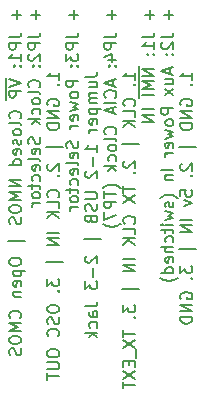
<source format=gbo>
G04 #@! TF.GenerationSoftware,KiCad,Pcbnew,(6.0.8-1)-1*
G04 #@! TF.CreationDate,2022-10-22T00:17:54-05:00*
G04 #@! TF.ProjectId,YAsixtyfive02,59417369-7874-4796-9669-766530322e6b,rev?*
G04 #@! TF.SameCoordinates,Original*
G04 #@! TF.FileFunction,Legend,Bot*
G04 #@! TF.FilePolarity,Positive*
%FSLAX46Y46*%
G04 Gerber Fmt 4.6, Leading zero omitted, Abs format (unit mm)*
G04 Created by KiCad (PCBNEW (6.0.8-1)-1) date 2022-10-22 00:17:54*
%MOMM*%
%LPD*%
G01*
G04 APERTURE LIST*
%ADD10C,0.200000*%
G04 APERTURE END LIST*
D10*
X66988028Y-92097295D02*
X66988028Y-92859200D01*
X67368980Y-92478247D02*
X66607076Y-92478247D01*
X66368980Y-94383009D02*
X67083266Y-94383009D01*
X67226123Y-94335390D01*
X67321361Y-94240152D01*
X67368980Y-94097295D01*
X67368980Y-94002057D01*
X67368980Y-94859200D02*
X66368980Y-94859200D01*
X66368980Y-95240152D01*
X66416600Y-95335390D01*
X66464219Y-95383009D01*
X66559457Y-95430628D01*
X66702314Y-95430628D01*
X66797552Y-95383009D01*
X66845171Y-95335390D01*
X66892790Y-95240152D01*
X66892790Y-94859200D01*
X67368980Y-96383009D02*
X67368980Y-95811580D01*
X67368980Y-96097295D02*
X66368980Y-96097295D01*
X66511838Y-96002057D01*
X66607076Y-95906819D01*
X66654695Y-95811580D01*
X67273742Y-96811580D02*
X67321361Y-96859200D01*
X67368980Y-96811580D01*
X67321361Y-96763961D01*
X67273742Y-96811580D01*
X67368980Y-96811580D01*
X66749933Y-96811580D02*
X66797552Y-96859200D01*
X66845171Y-96811580D01*
X66797552Y-96763961D01*
X66749933Y-96811580D01*
X66845171Y-96811580D01*
X66086600Y-97811580D02*
X66086600Y-98668723D01*
X66368980Y-97906819D02*
X67368980Y-98240152D01*
X66368980Y-98573485D01*
X66086600Y-98668723D02*
X66086600Y-99668723D01*
X67368980Y-98906819D02*
X66368980Y-98906819D01*
X66368980Y-99287771D01*
X66416600Y-99383009D01*
X66464219Y-99430628D01*
X66559457Y-99478247D01*
X66702314Y-99478247D01*
X66797552Y-99430628D01*
X66845171Y-99383009D01*
X66892790Y-99287771D01*
X66892790Y-98906819D01*
X67273742Y-101240152D02*
X67321361Y-101192533D01*
X67368980Y-101049676D01*
X67368980Y-100954438D01*
X67321361Y-100811580D01*
X67226123Y-100716342D01*
X67130885Y-100668723D01*
X66940409Y-100621104D01*
X66797552Y-100621104D01*
X66607076Y-100668723D01*
X66511838Y-100716342D01*
X66416600Y-100811580D01*
X66368980Y-100954438D01*
X66368980Y-101049676D01*
X66416600Y-101192533D01*
X66464219Y-101240152D01*
X67368980Y-101811580D02*
X67321361Y-101716342D01*
X67226123Y-101668723D01*
X66368980Y-101668723D01*
X67368980Y-102335390D02*
X67321361Y-102240152D01*
X67273742Y-102192533D01*
X67178504Y-102144914D01*
X66892790Y-102144914D01*
X66797552Y-102192533D01*
X66749933Y-102240152D01*
X66702314Y-102335390D01*
X66702314Y-102478247D01*
X66749933Y-102573485D01*
X66797552Y-102621104D01*
X66892790Y-102668723D01*
X67178504Y-102668723D01*
X67273742Y-102621104D01*
X67321361Y-102573485D01*
X67368980Y-102478247D01*
X67368980Y-102335390D01*
X67321361Y-103049676D02*
X67368980Y-103144914D01*
X67368980Y-103335390D01*
X67321361Y-103430628D01*
X67226123Y-103478247D01*
X67178504Y-103478247D01*
X67083266Y-103430628D01*
X67035647Y-103335390D01*
X67035647Y-103192533D01*
X66988028Y-103097295D01*
X66892790Y-103049676D01*
X66845171Y-103049676D01*
X66749933Y-103097295D01*
X66702314Y-103192533D01*
X66702314Y-103335390D01*
X66749933Y-103430628D01*
X67321361Y-104287771D02*
X67368980Y-104192533D01*
X67368980Y-104002057D01*
X67321361Y-103906819D01*
X67226123Y-103859200D01*
X66845171Y-103859200D01*
X66749933Y-103906819D01*
X66702314Y-104002057D01*
X66702314Y-104192533D01*
X66749933Y-104287771D01*
X66845171Y-104335390D01*
X66940409Y-104335390D01*
X67035647Y-103859200D01*
X67368980Y-105192533D02*
X66368980Y-105192533D01*
X67321361Y-105192533D02*
X67368980Y-105097295D01*
X67368980Y-104906819D01*
X67321361Y-104811580D01*
X67273742Y-104763961D01*
X67178504Y-104716342D01*
X66892790Y-104716342D01*
X66797552Y-104763961D01*
X66749933Y-104811580D01*
X66702314Y-104906819D01*
X66702314Y-105097295D01*
X66749933Y-105192533D01*
X67368980Y-106430628D02*
X66368980Y-106430628D01*
X67368980Y-107002057D01*
X66368980Y-107002057D01*
X67368980Y-107478247D02*
X66368980Y-107478247D01*
X67083266Y-107811580D01*
X66368980Y-108144914D01*
X67368980Y-108144914D01*
X66368980Y-108811580D02*
X66368980Y-109002057D01*
X66416600Y-109097295D01*
X66511838Y-109192533D01*
X66702314Y-109240152D01*
X67035647Y-109240152D01*
X67226123Y-109192533D01*
X67321361Y-109097295D01*
X67368980Y-109002057D01*
X67368980Y-108811580D01*
X67321361Y-108716342D01*
X67226123Y-108621104D01*
X67035647Y-108573485D01*
X66702314Y-108573485D01*
X66511838Y-108621104D01*
X66416600Y-108716342D01*
X66368980Y-108811580D01*
X67321361Y-109621104D02*
X67368980Y-109763961D01*
X67368980Y-110002057D01*
X67321361Y-110097295D01*
X67273742Y-110144914D01*
X67178504Y-110192533D01*
X67083266Y-110192533D01*
X66988028Y-110144914D01*
X66940409Y-110097295D01*
X66892790Y-110002057D01*
X66845171Y-109811580D01*
X66797552Y-109716342D01*
X66749933Y-109668723D01*
X66654695Y-109621104D01*
X66559457Y-109621104D01*
X66464219Y-109668723D01*
X66416600Y-109716342D01*
X66368980Y-109811580D01*
X66368980Y-110049676D01*
X66416600Y-110192533D01*
X67702314Y-111621104D02*
X66273742Y-111621104D01*
X66368980Y-113287771D02*
X66368980Y-113478247D01*
X66416600Y-113573485D01*
X66511838Y-113668723D01*
X66702314Y-113716342D01*
X67035647Y-113716342D01*
X67226123Y-113668723D01*
X67321361Y-113573485D01*
X67368980Y-113478247D01*
X67368980Y-113287771D01*
X67321361Y-113192533D01*
X67226123Y-113097295D01*
X67035647Y-113049676D01*
X66702314Y-113049676D01*
X66511838Y-113097295D01*
X66416600Y-113192533D01*
X66368980Y-113287771D01*
X66702314Y-114144914D02*
X67702314Y-114144914D01*
X66749933Y-114144914D02*
X66702314Y-114240152D01*
X66702314Y-114430628D01*
X66749933Y-114525866D01*
X66797552Y-114573485D01*
X66892790Y-114621104D01*
X67178504Y-114621104D01*
X67273742Y-114573485D01*
X67321361Y-114525866D01*
X67368980Y-114430628D01*
X67368980Y-114240152D01*
X67321361Y-114144914D01*
X67321361Y-115430628D02*
X67368980Y-115335390D01*
X67368980Y-115144914D01*
X67321361Y-115049676D01*
X67226123Y-115002057D01*
X66845171Y-115002057D01*
X66749933Y-115049676D01*
X66702314Y-115144914D01*
X66702314Y-115335390D01*
X66749933Y-115430628D01*
X66845171Y-115478247D01*
X66940409Y-115478247D01*
X67035647Y-115002057D01*
X66702314Y-115906819D02*
X67368980Y-115906819D01*
X66797552Y-115906819D02*
X66749933Y-115954438D01*
X66702314Y-116049676D01*
X66702314Y-116192533D01*
X66749933Y-116287771D01*
X66845171Y-116335390D01*
X67368980Y-116335390D01*
X67273742Y-118144914D02*
X67321361Y-118097295D01*
X67368980Y-117954438D01*
X67368980Y-117859200D01*
X67321361Y-117716342D01*
X67226123Y-117621104D01*
X67130885Y-117573485D01*
X66940409Y-117525866D01*
X66797552Y-117525866D01*
X66607076Y-117573485D01*
X66511838Y-117621104D01*
X66416600Y-117716342D01*
X66368980Y-117859200D01*
X66368980Y-117954438D01*
X66416600Y-118097295D01*
X66464219Y-118144914D01*
X67368980Y-118573485D02*
X66368980Y-118573485D01*
X67083266Y-118906819D01*
X66368980Y-119240152D01*
X67368980Y-119240152D01*
X66368980Y-119906819D02*
X66368980Y-120097295D01*
X66416600Y-120192533D01*
X66511838Y-120287771D01*
X66702314Y-120335390D01*
X67035647Y-120335390D01*
X67226123Y-120287771D01*
X67321361Y-120192533D01*
X67368980Y-120097295D01*
X67368980Y-119906819D01*
X67321361Y-119811580D01*
X67226123Y-119716342D01*
X67035647Y-119668723D01*
X66702314Y-119668723D01*
X66511838Y-119716342D01*
X66416600Y-119811580D01*
X66368980Y-119906819D01*
X67321361Y-120716342D02*
X67368980Y-120859200D01*
X67368980Y-121097295D01*
X67321361Y-121192533D01*
X67273742Y-121240152D01*
X67178504Y-121287771D01*
X67083266Y-121287771D01*
X66988028Y-121240152D01*
X66940409Y-121192533D01*
X66892790Y-121097295D01*
X66845171Y-120906819D01*
X66797552Y-120811580D01*
X66749933Y-120763961D01*
X66654695Y-120716342D01*
X66559457Y-120716342D01*
X66464219Y-120763961D01*
X66416600Y-120811580D01*
X66368980Y-120906819D01*
X66368980Y-121144914D01*
X66416600Y-121287771D01*
X68598028Y-92097295D02*
X68598028Y-92859200D01*
X68978980Y-92478247D02*
X68217076Y-92478247D01*
X67978980Y-94383009D02*
X68693266Y-94383009D01*
X68836123Y-94335390D01*
X68931361Y-94240152D01*
X68978980Y-94097295D01*
X68978980Y-94002057D01*
X68978980Y-94859200D02*
X67978980Y-94859200D01*
X67978980Y-95240152D01*
X68026600Y-95335390D01*
X68074219Y-95383009D01*
X68169457Y-95430628D01*
X68312314Y-95430628D01*
X68407552Y-95383009D01*
X68455171Y-95335390D01*
X68502790Y-95240152D01*
X68502790Y-94859200D01*
X68074219Y-95811580D02*
X68026600Y-95859200D01*
X67978980Y-95954438D01*
X67978980Y-96192533D01*
X68026600Y-96287771D01*
X68074219Y-96335390D01*
X68169457Y-96383009D01*
X68264695Y-96383009D01*
X68407552Y-96335390D01*
X68978980Y-95763961D01*
X68978980Y-96383009D01*
X68883742Y-96811580D02*
X68931361Y-96859200D01*
X68978980Y-96811580D01*
X68931361Y-96763961D01*
X68883742Y-96811580D01*
X68978980Y-96811580D01*
X68359933Y-96811580D02*
X68407552Y-96859200D01*
X68455171Y-96811580D01*
X68407552Y-96763961D01*
X68359933Y-96811580D01*
X68455171Y-96811580D01*
X68883742Y-98621104D02*
X68931361Y-98573485D01*
X68978980Y-98430628D01*
X68978980Y-98335390D01*
X68931361Y-98192533D01*
X68836123Y-98097295D01*
X68740885Y-98049676D01*
X68550409Y-98002057D01*
X68407552Y-98002057D01*
X68217076Y-98049676D01*
X68121838Y-98097295D01*
X68026600Y-98192533D01*
X67978980Y-98335390D01*
X67978980Y-98430628D01*
X68026600Y-98573485D01*
X68074219Y-98621104D01*
X68978980Y-99192533D02*
X68931361Y-99097295D01*
X68836123Y-99049676D01*
X67978980Y-99049676D01*
X68978980Y-99716342D02*
X68931361Y-99621104D01*
X68883742Y-99573485D01*
X68788504Y-99525866D01*
X68502790Y-99525866D01*
X68407552Y-99573485D01*
X68359933Y-99621104D01*
X68312314Y-99716342D01*
X68312314Y-99859200D01*
X68359933Y-99954438D01*
X68407552Y-100002057D01*
X68502790Y-100049676D01*
X68788504Y-100049676D01*
X68883742Y-100002057D01*
X68931361Y-99954438D01*
X68978980Y-99859200D01*
X68978980Y-99716342D01*
X68931361Y-100906819D02*
X68978980Y-100811580D01*
X68978980Y-100621104D01*
X68931361Y-100525866D01*
X68883742Y-100478247D01*
X68788504Y-100430628D01*
X68502790Y-100430628D01*
X68407552Y-100478247D01*
X68359933Y-100525866D01*
X68312314Y-100621104D01*
X68312314Y-100811580D01*
X68359933Y-100906819D01*
X68978980Y-101335390D02*
X67978980Y-101335390D01*
X68598028Y-101430628D02*
X68978980Y-101716342D01*
X68312314Y-101716342D02*
X68693266Y-101335390D01*
X68931361Y-102859200D02*
X68978980Y-103002057D01*
X68978980Y-103240152D01*
X68931361Y-103335390D01*
X68883742Y-103383009D01*
X68788504Y-103430628D01*
X68693266Y-103430628D01*
X68598028Y-103383009D01*
X68550409Y-103335390D01*
X68502790Y-103240152D01*
X68455171Y-103049676D01*
X68407552Y-102954438D01*
X68359933Y-102906819D01*
X68264695Y-102859200D01*
X68169457Y-102859200D01*
X68074219Y-102906819D01*
X68026600Y-102954438D01*
X67978980Y-103049676D01*
X67978980Y-103287771D01*
X68026600Y-103430628D01*
X68931361Y-104240152D02*
X68978980Y-104144914D01*
X68978980Y-103954438D01*
X68931361Y-103859200D01*
X68836123Y-103811580D01*
X68455171Y-103811580D01*
X68359933Y-103859200D01*
X68312314Y-103954438D01*
X68312314Y-104144914D01*
X68359933Y-104240152D01*
X68455171Y-104287771D01*
X68550409Y-104287771D01*
X68645647Y-103811580D01*
X68978980Y-104859200D02*
X68931361Y-104763961D01*
X68836123Y-104716342D01*
X67978980Y-104716342D01*
X68931361Y-105621104D02*
X68978980Y-105525866D01*
X68978980Y-105335390D01*
X68931361Y-105240152D01*
X68836123Y-105192533D01*
X68455171Y-105192533D01*
X68359933Y-105240152D01*
X68312314Y-105335390D01*
X68312314Y-105525866D01*
X68359933Y-105621104D01*
X68455171Y-105668723D01*
X68550409Y-105668723D01*
X68645647Y-105192533D01*
X68931361Y-106525866D02*
X68978980Y-106430628D01*
X68978980Y-106240152D01*
X68931361Y-106144914D01*
X68883742Y-106097295D01*
X68788504Y-106049676D01*
X68502790Y-106049676D01*
X68407552Y-106097295D01*
X68359933Y-106144914D01*
X68312314Y-106240152D01*
X68312314Y-106430628D01*
X68359933Y-106525866D01*
X68312314Y-106811580D02*
X68312314Y-107192533D01*
X67978980Y-106954438D02*
X68836123Y-106954438D01*
X68931361Y-107002057D01*
X68978980Y-107097295D01*
X68978980Y-107192533D01*
X68978980Y-107668723D02*
X68931361Y-107573485D01*
X68883742Y-107525866D01*
X68788504Y-107478247D01*
X68502790Y-107478247D01*
X68407552Y-107525866D01*
X68359933Y-107573485D01*
X68312314Y-107668723D01*
X68312314Y-107811580D01*
X68359933Y-107906819D01*
X68407552Y-107954438D01*
X68502790Y-108002057D01*
X68788504Y-108002057D01*
X68883742Y-107954438D01*
X68931361Y-107906819D01*
X68978980Y-107811580D01*
X68978980Y-107668723D01*
X68978980Y-108430628D02*
X68312314Y-108430628D01*
X68502790Y-108430628D02*
X68407552Y-108478247D01*
X68359933Y-108525866D01*
X68312314Y-108621104D01*
X68312314Y-108716342D01*
X70588980Y-97954438D02*
X70588980Y-97383009D01*
X70588980Y-97668723D02*
X69588980Y-97668723D01*
X69731838Y-97573485D01*
X69827076Y-97478247D01*
X69874695Y-97383009D01*
X70493742Y-98383009D02*
X70541361Y-98430628D01*
X70588980Y-98383009D01*
X70541361Y-98335390D01*
X70493742Y-98383009D01*
X70588980Y-98383009D01*
X69636600Y-100144914D02*
X69588980Y-100049676D01*
X69588980Y-99906819D01*
X69636600Y-99763961D01*
X69731838Y-99668723D01*
X69827076Y-99621104D01*
X70017552Y-99573485D01*
X70160409Y-99573485D01*
X70350885Y-99621104D01*
X70446123Y-99668723D01*
X70541361Y-99763961D01*
X70588980Y-99906819D01*
X70588980Y-100002057D01*
X70541361Y-100144914D01*
X70493742Y-100192533D01*
X70160409Y-100192533D01*
X70160409Y-100002057D01*
X70588980Y-100621104D02*
X69588980Y-100621104D01*
X70588980Y-101192533D01*
X69588980Y-101192533D01*
X70588980Y-101668723D02*
X69588980Y-101668723D01*
X69588980Y-101906819D01*
X69636600Y-102049676D01*
X69731838Y-102144914D01*
X69827076Y-102192533D01*
X70017552Y-102240152D01*
X70160409Y-102240152D01*
X70350885Y-102192533D01*
X70446123Y-102144914D01*
X70541361Y-102049676D01*
X70588980Y-101906819D01*
X70588980Y-101668723D01*
X70922314Y-103668723D02*
X69493742Y-103668723D01*
X69684219Y-105097295D02*
X69636600Y-105144914D01*
X69588980Y-105240152D01*
X69588980Y-105478247D01*
X69636600Y-105573485D01*
X69684219Y-105621104D01*
X69779457Y-105668723D01*
X69874695Y-105668723D01*
X70017552Y-105621104D01*
X70588980Y-105049676D01*
X70588980Y-105668723D01*
X70493742Y-106097295D02*
X70541361Y-106144914D01*
X70588980Y-106097295D01*
X70541361Y-106049676D01*
X70493742Y-106097295D01*
X70588980Y-106097295D01*
X70493742Y-107906819D02*
X70541361Y-107859200D01*
X70588980Y-107716342D01*
X70588980Y-107621104D01*
X70541361Y-107478247D01*
X70446123Y-107383009D01*
X70350885Y-107335390D01*
X70160409Y-107287771D01*
X70017552Y-107287771D01*
X69827076Y-107335390D01*
X69731838Y-107383009D01*
X69636600Y-107478247D01*
X69588980Y-107621104D01*
X69588980Y-107716342D01*
X69636600Y-107859200D01*
X69684219Y-107906819D01*
X70588980Y-108811580D02*
X70588980Y-108335390D01*
X69588980Y-108335390D01*
X70588980Y-109144914D02*
X69588980Y-109144914D01*
X70588980Y-109716342D02*
X70017552Y-109287771D01*
X69588980Y-109716342D02*
X70160409Y-109144914D01*
X70588980Y-110906819D02*
X69588980Y-110906819D01*
X70588980Y-111383009D02*
X69588980Y-111383009D01*
X70588980Y-111954438D01*
X69588980Y-111954438D01*
X70922314Y-113430628D02*
X69493742Y-113430628D01*
X69588980Y-114811580D02*
X69588980Y-115430628D01*
X69969933Y-115097295D01*
X69969933Y-115240152D01*
X70017552Y-115335390D01*
X70065171Y-115383009D01*
X70160409Y-115430628D01*
X70398504Y-115430628D01*
X70493742Y-115383009D01*
X70541361Y-115335390D01*
X70588980Y-115240152D01*
X70588980Y-114954438D01*
X70541361Y-114859199D01*
X70493742Y-114811580D01*
X70493742Y-115859199D02*
X70541361Y-115906819D01*
X70588980Y-115859199D01*
X70541361Y-115811580D01*
X70493742Y-115859199D01*
X70588980Y-115859199D01*
X69588980Y-117287771D02*
X69588980Y-117478247D01*
X69636600Y-117573485D01*
X69731838Y-117668723D01*
X69922314Y-117716342D01*
X70255647Y-117716342D01*
X70446123Y-117668723D01*
X70541361Y-117573485D01*
X70588980Y-117478247D01*
X70588980Y-117287771D01*
X70541361Y-117192533D01*
X70446123Y-117097295D01*
X70255647Y-117049676D01*
X69922314Y-117049676D01*
X69731838Y-117097295D01*
X69636600Y-117192533D01*
X69588980Y-117287771D01*
X70541361Y-118097295D02*
X70588980Y-118240152D01*
X70588980Y-118478247D01*
X70541361Y-118573485D01*
X70493742Y-118621104D01*
X70398504Y-118668723D01*
X70303266Y-118668723D01*
X70208028Y-118621104D01*
X70160409Y-118573485D01*
X70112790Y-118478247D01*
X70065171Y-118287771D01*
X70017552Y-118192533D01*
X69969933Y-118144914D01*
X69874695Y-118097295D01*
X69779457Y-118097295D01*
X69684219Y-118144914D01*
X69636600Y-118192533D01*
X69588980Y-118287771D01*
X69588980Y-118525866D01*
X69636600Y-118668723D01*
X70493742Y-119668723D02*
X70541361Y-119621104D01*
X70588980Y-119478247D01*
X70588980Y-119383009D01*
X70541361Y-119240152D01*
X70446123Y-119144914D01*
X70350885Y-119097295D01*
X70160409Y-119049676D01*
X70017552Y-119049676D01*
X69827076Y-119097295D01*
X69731838Y-119144914D01*
X69636600Y-119240152D01*
X69588980Y-119383009D01*
X69588980Y-119478247D01*
X69636600Y-119621104D01*
X69684219Y-119668723D01*
X69588980Y-121049676D02*
X69588980Y-121240152D01*
X69636600Y-121335390D01*
X69731838Y-121430628D01*
X69922314Y-121478247D01*
X70255647Y-121478247D01*
X70446123Y-121430628D01*
X70541361Y-121335390D01*
X70588980Y-121240152D01*
X70588980Y-121049676D01*
X70541361Y-120954438D01*
X70446123Y-120859199D01*
X70255647Y-120811580D01*
X69922314Y-120811580D01*
X69731838Y-120859199D01*
X69636600Y-120954438D01*
X69588980Y-121049676D01*
X69588980Y-121906819D02*
X70398504Y-121906819D01*
X70493742Y-121954438D01*
X70541361Y-122002057D01*
X70588980Y-122097295D01*
X70588980Y-122287771D01*
X70541361Y-122383009D01*
X70493742Y-122430628D01*
X70398504Y-122478247D01*
X69588980Y-122478247D01*
X69588980Y-122811580D02*
X69588980Y-123383009D01*
X70588980Y-123097295D02*
X69588980Y-123097295D01*
X71818028Y-92097295D02*
X71818028Y-92859200D01*
X72198980Y-92478247D02*
X71437076Y-92478247D01*
X71198980Y-94383009D02*
X71913266Y-94383009D01*
X72056123Y-94335390D01*
X72151361Y-94240152D01*
X72198980Y-94097295D01*
X72198980Y-94002057D01*
X72198980Y-94859200D02*
X71198980Y-94859200D01*
X71198980Y-95240152D01*
X71246600Y-95335390D01*
X71294219Y-95383009D01*
X71389457Y-95430628D01*
X71532314Y-95430628D01*
X71627552Y-95383009D01*
X71675171Y-95335390D01*
X71722790Y-95240152D01*
X71722790Y-94859200D01*
X71198980Y-95763961D02*
X71198980Y-96383009D01*
X71579933Y-96049676D01*
X71579933Y-96192533D01*
X71627552Y-96287771D01*
X71675171Y-96335390D01*
X71770409Y-96383009D01*
X72008504Y-96383009D01*
X72103742Y-96335390D01*
X72151361Y-96287771D01*
X72198980Y-96192533D01*
X72198980Y-95906819D01*
X72151361Y-95811580D01*
X72103742Y-95763961D01*
X72103742Y-96811580D02*
X72151361Y-96859200D01*
X72198980Y-96811580D01*
X72151361Y-96763961D01*
X72103742Y-96811580D01*
X72198980Y-96811580D01*
X71579933Y-96811580D02*
X71627552Y-96859200D01*
X71675171Y-96811580D01*
X71627552Y-96763961D01*
X71579933Y-96811580D01*
X71675171Y-96811580D01*
X72198980Y-98049676D02*
X71198980Y-98049676D01*
X71198980Y-98430628D01*
X71246600Y-98525866D01*
X71294219Y-98573485D01*
X71389457Y-98621104D01*
X71532314Y-98621104D01*
X71627552Y-98573485D01*
X71675171Y-98525866D01*
X71722790Y-98430628D01*
X71722790Y-98049676D01*
X72198980Y-99192533D02*
X72151361Y-99097295D01*
X72103742Y-99049676D01*
X72008504Y-99002057D01*
X71722790Y-99002057D01*
X71627552Y-99049676D01*
X71579933Y-99097295D01*
X71532314Y-99192533D01*
X71532314Y-99335390D01*
X71579933Y-99430628D01*
X71627552Y-99478247D01*
X71722790Y-99525866D01*
X72008504Y-99525866D01*
X72103742Y-99478247D01*
X72151361Y-99430628D01*
X72198980Y-99335390D01*
X72198980Y-99192533D01*
X71532314Y-99859200D02*
X72198980Y-100049676D01*
X71722790Y-100240152D01*
X72198980Y-100430628D01*
X71532314Y-100621104D01*
X72151361Y-101383009D02*
X72198980Y-101287771D01*
X72198980Y-101097295D01*
X72151361Y-101002057D01*
X72056123Y-100954438D01*
X71675171Y-100954438D01*
X71579933Y-101002057D01*
X71532314Y-101097295D01*
X71532314Y-101287771D01*
X71579933Y-101383009D01*
X71675171Y-101430628D01*
X71770409Y-101430628D01*
X71865647Y-100954438D01*
X72198980Y-101859200D02*
X71532314Y-101859200D01*
X71722790Y-101859200D02*
X71627552Y-101906819D01*
X71579933Y-101954438D01*
X71532314Y-102049676D01*
X71532314Y-102144914D01*
X72151361Y-103192533D02*
X72198980Y-103335390D01*
X72198980Y-103573485D01*
X72151361Y-103668723D01*
X72103742Y-103716342D01*
X72008504Y-103763961D01*
X71913266Y-103763961D01*
X71818028Y-103716342D01*
X71770409Y-103668723D01*
X71722790Y-103573485D01*
X71675171Y-103383009D01*
X71627552Y-103287771D01*
X71579933Y-103240152D01*
X71484695Y-103192533D01*
X71389457Y-103192533D01*
X71294219Y-103240152D01*
X71246600Y-103287771D01*
X71198980Y-103383009D01*
X71198980Y-103621104D01*
X71246600Y-103763961D01*
X72151361Y-104573485D02*
X72198980Y-104478247D01*
X72198980Y-104287771D01*
X72151361Y-104192533D01*
X72056123Y-104144914D01*
X71675171Y-104144914D01*
X71579933Y-104192533D01*
X71532314Y-104287771D01*
X71532314Y-104478247D01*
X71579933Y-104573485D01*
X71675171Y-104621104D01*
X71770409Y-104621104D01*
X71865647Y-104144914D01*
X72198980Y-105192533D02*
X72151361Y-105097295D01*
X72056123Y-105049676D01*
X71198980Y-105049676D01*
X72151361Y-105954438D02*
X72198980Y-105859200D01*
X72198980Y-105668723D01*
X72151361Y-105573485D01*
X72056123Y-105525866D01*
X71675171Y-105525866D01*
X71579933Y-105573485D01*
X71532314Y-105668723D01*
X71532314Y-105859200D01*
X71579933Y-105954438D01*
X71675171Y-106002057D01*
X71770409Y-106002057D01*
X71865647Y-105525866D01*
X72151361Y-106859200D02*
X72198980Y-106763961D01*
X72198980Y-106573485D01*
X72151361Y-106478247D01*
X72103742Y-106430628D01*
X72008504Y-106383009D01*
X71722790Y-106383009D01*
X71627552Y-106430628D01*
X71579933Y-106478247D01*
X71532314Y-106573485D01*
X71532314Y-106763961D01*
X71579933Y-106859200D01*
X71532314Y-107144914D02*
X71532314Y-107525866D01*
X71198980Y-107287771D02*
X72056123Y-107287771D01*
X72151361Y-107335390D01*
X72198980Y-107430628D01*
X72198980Y-107525866D01*
X72198980Y-108002057D02*
X72151361Y-107906819D01*
X72103742Y-107859200D01*
X72008504Y-107811580D01*
X71722790Y-107811580D01*
X71627552Y-107859200D01*
X71579933Y-107906819D01*
X71532314Y-108002057D01*
X71532314Y-108144914D01*
X71579933Y-108240152D01*
X71627552Y-108287771D01*
X71722790Y-108335390D01*
X72008504Y-108335390D01*
X72103742Y-108287771D01*
X72151361Y-108240152D01*
X72198980Y-108144914D01*
X72198980Y-108002057D01*
X72198980Y-108763961D02*
X71532314Y-108763961D01*
X71722790Y-108763961D02*
X71627552Y-108811580D01*
X71579933Y-108859200D01*
X71532314Y-108954438D01*
X71532314Y-109049676D01*
X72808980Y-97716342D02*
X73523266Y-97716342D01*
X73666123Y-97668723D01*
X73761361Y-97573485D01*
X73808980Y-97430628D01*
X73808980Y-97335390D01*
X73142314Y-98621104D02*
X73808980Y-98621104D01*
X73142314Y-98192533D02*
X73666123Y-98192533D01*
X73761361Y-98240152D01*
X73808980Y-98335390D01*
X73808980Y-98478247D01*
X73761361Y-98573485D01*
X73713742Y-98621104D01*
X73808980Y-99097295D02*
X73142314Y-99097295D01*
X73237552Y-99097295D02*
X73189933Y-99144914D01*
X73142314Y-99240152D01*
X73142314Y-99383009D01*
X73189933Y-99478247D01*
X73285171Y-99525866D01*
X73808980Y-99525866D01*
X73285171Y-99525866D02*
X73189933Y-99573485D01*
X73142314Y-99668723D01*
X73142314Y-99811580D01*
X73189933Y-99906819D01*
X73285171Y-99954438D01*
X73808980Y-99954438D01*
X73142314Y-100430628D02*
X74142314Y-100430628D01*
X73189933Y-100430628D02*
X73142314Y-100525866D01*
X73142314Y-100716342D01*
X73189933Y-100811580D01*
X73237552Y-100859200D01*
X73332790Y-100906819D01*
X73618504Y-100906819D01*
X73713742Y-100859200D01*
X73761361Y-100811580D01*
X73808980Y-100716342D01*
X73808980Y-100525866D01*
X73761361Y-100430628D01*
X73761361Y-101716342D02*
X73808980Y-101621104D01*
X73808980Y-101430628D01*
X73761361Y-101335390D01*
X73666123Y-101287771D01*
X73285171Y-101287771D01*
X73189933Y-101335390D01*
X73142314Y-101430628D01*
X73142314Y-101621104D01*
X73189933Y-101716342D01*
X73285171Y-101763961D01*
X73380409Y-101763961D01*
X73475647Y-101287771D01*
X73808980Y-102192533D02*
X73142314Y-102192533D01*
X73332790Y-102192533D02*
X73237552Y-102240152D01*
X73189933Y-102287771D01*
X73142314Y-102383009D01*
X73142314Y-102478247D01*
X73808980Y-104097295D02*
X73808980Y-103525866D01*
X73808980Y-103811580D02*
X72808980Y-103811580D01*
X72951838Y-103716342D01*
X73047076Y-103621104D01*
X73094695Y-103525866D01*
X73428028Y-104525866D02*
X73428028Y-105287771D01*
X72904219Y-105716342D02*
X72856600Y-105763961D01*
X72808980Y-105859200D01*
X72808980Y-106097295D01*
X72856600Y-106192533D01*
X72904219Y-106240152D01*
X72999457Y-106287771D01*
X73094695Y-106287771D01*
X73237552Y-106240152D01*
X73808980Y-105668723D01*
X73808980Y-106287771D01*
X72808980Y-107478247D02*
X73618504Y-107478247D01*
X73713742Y-107525866D01*
X73761361Y-107573485D01*
X73808980Y-107668723D01*
X73808980Y-107859199D01*
X73761361Y-107954438D01*
X73713742Y-108002057D01*
X73618504Y-108049676D01*
X72808980Y-108049676D01*
X73761361Y-108478247D02*
X73808980Y-108621104D01*
X73808980Y-108859199D01*
X73761361Y-108954438D01*
X73713742Y-109002057D01*
X73618504Y-109049676D01*
X73523266Y-109049676D01*
X73428028Y-109002057D01*
X73380409Y-108954438D01*
X73332790Y-108859199D01*
X73285171Y-108668723D01*
X73237552Y-108573485D01*
X73189933Y-108525866D01*
X73094695Y-108478247D01*
X72999457Y-108478247D01*
X72904219Y-108525866D01*
X72856600Y-108573485D01*
X72808980Y-108668723D01*
X72808980Y-108906819D01*
X72856600Y-109049676D01*
X73285171Y-109811580D02*
X73332790Y-109954438D01*
X73380409Y-110002057D01*
X73475647Y-110049676D01*
X73618504Y-110049676D01*
X73713742Y-110002057D01*
X73761361Y-109954438D01*
X73808980Y-109859199D01*
X73808980Y-109478247D01*
X72808980Y-109478247D01*
X72808980Y-109811580D01*
X72856600Y-109906819D01*
X72904219Y-109954438D01*
X72999457Y-110002057D01*
X73094695Y-110002057D01*
X73189933Y-109954438D01*
X73237552Y-109906819D01*
X73285171Y-109811580D01*
X73285171Y-109478247D01*
X74142314Y-111478247D02*
X72713742Y-111478247D01*
X72904219Y-112906819D02*
X72856600Y-112954438D01*
X72808980Y-113049676D01*
X72808980Y-113287771D01*
X72856600Y-113383009D01*
X72904219Y-113430628D01*
X72999457Y-113478247D01*
X73094695Y-113478247D01*
X73237552Y-113430628D01*
X73808980Y-112859199D01*
X73808980Y-113478247D01*
X73428028Y-113906819D02*
X73428028Y-114668723D01*
X72808980Y-115049676D02*
X72808980Y-115668723D01*
X73189933Y-115335390D01*
X73189933Y-115478247D01*
X73237552Y-115573485D01*
X73285171Y-115621104D01*
X73380409Y-115668723D01*
X73618504Y-115668723D01*
X73713742Y-115621104D01*
X73761361Y-115573485D01*
X73808980Y-115478247D01*
X73808980Y-115192533D01*
X73761361Y-115097295D01*
X73713742Y-115049676D01*
X72808980Y-117144914D02*
X73523266Y-117144914D01*
X73666123Y-117097295D01*
X73761361Y-117002057D01*
X73808980Y-116859199D01*
X73808980Y-116763961D01*
X73808980Y-118049676D02*
X73285171Y-118049676D01*
X73189933Y-118002057D01*
X73142314Y-117906819D01*
X73142314Y-117716342D01*
X73189933Y-117621104D01*
X73761361Y-118049676D02*
X73808980Y-117954438D01*
X73808980Y-117716342D01*
X73761361Y-117621104D01*
X73666123Y-117573485D01*
X73570885Y-117573485D01*
X73475647Y-117621104D01*
X73428028Y-117716342D01*
X73428028Y-117954438D01*
X73380409Y-118049676D01*
X73761361Y-118954438D02*
X73808980Y-118859199D01*
X73808980Y-118668723D01*
X73761361Y-118573485D01*
X73713742Y-118525866D01*
X73618504Y-118478247D01*
X73332790Y-118478247D01*
X73237552Y-118525866D01*
X73189933Y-118573485D01*
X73142314Y-118668723D01*
X73142314Y-118859199D01*
X73189933Y-118954438D01*
X73808980Y-119383009D02*
X72808980Y-119383009D01*
X73428028Y-119478247D02*
X73808980Y-119763961D01*
X73142314Y-119763961D02*
X73523266Y-119383009D01*
X75038028Y-92097295D02*
X75038028Y-92859200D01*
X75418980Y-92478247D02*
X74657076Y-92478247D01*
X74418980Y-94383009D02*
X75133266Y-94383009D01*
X75276123Y-94335390D01*
X75371361Y-94240152D01*
X75418980Y-94097295D01*
X75418980Y-94002057D01*
X75418980Y-94859200D02*
X74418980Y-94859200D01*
X74418980Y-95240152D01*
X74466600Y-95335390D01*
X74514219Y-95383009D01*
X74609457Y-95430628D01*
X74752314Y-95430628D01*
X74847552Y-95383009D01*
X74895171Y-95335390D01*
X74942790Y-95240152D01*
X74942790Y-94859200D01*
X74752314Y-96287771D02*
X75418980Y-96287771D01*
X74371361Y-96049676D02*
X75085647Y-95811580D01*
X75085647Y-96430628D01*
X75323742Y-96811580D02*
X75371361Y-96859200D01*
X75418980Y-96811580D01*
X75371361Y-96763961D01*
X75323742Y-96811580D01*
X75418980Y-96811580D01*
X74799933Y-96811580D02*
X74847552Y-96859200D01*
X74895171Y-96811580D01*
X74847552Y-96763961D01*
X74799933Y-96811580D01*
X74895171Y-96811580D01*
X75133266Y-98002057D02*
X75133266Y-98478247D01*
X75418980Y-97906819D02*
X74418980Y-98240152D01*
X75418980Y-98573485D01*
X75323742Y-99478247D02*
X75371361Y-99430628D01*
X75418980Y-99287771D01*
X75418980Y-99192533D01*
X75371361Y-99049676D01*
X75276123Y-98954438D01*
X75180885Y-98906819D01*
X74990409Y-98859200D01*
X74847552Y-98859200D01*
X74657076Y-98906819D01*
X74561838Y-98954438D01*
X74466600Y-99049676D01*
X74418980Y-99192533D01*
X74418980Y-99287771D01*
X74466600Y-99430628D01*
X74514219Y-99478247D01*
X75418980Y-99906819D02*
X74418980Y-99906819D01*
X75133266Y-100335390D02*
X75133266Y-100811580D01*
X75418980Y-100240152D02*
X74418980Y-100573485D01*
X75418980Y-100906819D01*
X75323742Y-102573485D02*
X75371361Y-102525866D01*
X75418980Y-102383009D01*
X75418980Y-102287771D01*
X75371361Y-102144914D01*
X75276123Y-102049676D01*
X75180885Y-102002057D01*
X74990409Y-101954438D01*
X74847552Y-101954438D01*
X74657076Y-102002057D01*
X74561838Y-102049676D01*
X74466600Y-102144914D01*
X74418980Y-102287771D01*
X74418980Y-102383009D01*
X74466600Y-102525866D01*
X74514219Y-102573485D01*
X75418980Y-103144914D02*
X75371361Y-103049676D01*
X75276123Y-103002057D01*
X74418980Y-103002057D01*
X75418980Y-103668723D02*
X75371361Y-103573485D01*
X75323742Y-103525866D01*
X75228504Y-103478247D01*
X74942790Y-103478247D01*
X74847552Y-103525866D01*
X74799933Y-103573485D01*
X74752314Y-103668723D01*
X74752314Y-103811580D01*
X74799933Y-103906819D01*
X74847552Y-103954438D01*
X74942790Y-104002057D01*
X75228504Y-104002057D01*
X75323742Y-103954438D01*
X75371361Y-103906819D01*
X75418980Y-103811580D01*
X75418980Y-103668723D01*
X75371361Y-104859200D02*
X75418980Y-104763961D01*
X75418980Y-104573485D01*
X75371361Y-104478247D01*
X75323742Y-104430628D01*
X75228504Y-104383009D01*
X74942790Y-104383009D01*
X74847552Y-104430628D01*
X74799933Y-104478247D01*
X74752314Y-104573485D01*
X74752314Y-104763961D01*
X74799933Y-104859200D01*
X75418980Y-105287771D02*
X74418980Y-105287771D01*
X75038028Y-105383009D02*
X75418980Y-105668723D01*
X74752314Y-105668723D02*
X75133266Y-105287771D01*
X75799933Y-107144914D02*
X75752314Y-107097295D01*
X75609457Y-107002057D01*
X75514219Y-106954438D01*
X75371361Y-106906819D01*
X75133266Y-106859200D01*
X74942790Y-106859200D01*
X74704695Y-106906819D01*
X74561838Y-106954438D01*
X74466600Y-107002057D01*
X74323742Y-107097295D01*
X74276123Y-107144914D01*
X74418980Y-107383009D02*
X74418980Y-107954438D01*
X75418980Y-107668723D02*
X74418980Y-107668723D01*
X75418980Y-108287771D02*
X74418980Y-108287771D01*
X74418980Y-108668723D01*
X74466600Y-108763961D01*
X74514219Y-108811580D01*
X74609457Y-108859200D01*
X74752314Y-108859200D01*
X74847552Y-108811580D01*
X74895171Y-108763961D01*
X74942790Y-108668723D01*
X74942790Y-108287771D01*
X74418980Y-109192533D02*
X74418980Y-109859200D01*
X75418980Y-109430628D01*
X75799933Y-110144914D02*
X75752314Y-110192533D01*
X75609457Y-110287771D01*
X75514219Y-110335390D01*
X75371361Y-110383009D01*
X75133266Y-110430628D01*
X74942790Y-110430628D01*
X74704695Y-110383009D01*
X74561838Y-110335390D01*
X74466600Y-110287771D01*
X74323742Y-110192533D01*
X74276123Y-110144914D01*
X77028980Y-97954438D02*
X77028980Y-97383009D01*
X77028980Y-97668723D02*
X76028980Y-97668723D01*
X76171838Y-97573485D01*
X76267076Y-97478247D01*
X76314695Y-97383009D01*
X76933742Y-98383009D02*
X76981361Y-98430628D01*
X77028980Y-98383009D01*
X76981361Y-98335390D01*
X76933742Y-98383009D01*
X77028980Y-98383009D01*
X76933742Y-100192533D02*
X76981361Y-100144914D01*
X77028980Y-100002057D01*
X77028980Y-99906819D01*
X76981361Y-99763961D01*
X76886123Y-99668723D01*
X76790885Y-99621104D01*
X76600409Y-99573485D01*
X76457552Y-99573485D01*
X76267076Y-99621104D01*
X76171838Y-99668723D01*
X76076600Y-99763961D01*
X76028980Y-99906819D01*
X76028980Y-100002057D01*
X76076600Y-100144914D01*
X76124219Y-100192533D01*
X77028980Y-101097295D02*
X77028980Y-100621104D01*
X76028980Y-100621104D01*
X77028980Y-101430628D02*
X76028980Y-101430628D01*
X77028980Y-102002057D02*
X76457552Y-101573485D01*
X76028980Y-102002057D02*
X76600409Y-101430628D01*
X77362314Y-103430628D02*
X75933742Y-103430628D01*
X76124219Y-104859200D02*
X76076600Y-104906819D01*
X76028980Y-105002057D01*
X76028980Y-105240152D01*
X76076600Y-105335390D01*
X76124219Y-105383009D01*
X76219457Y-105430628D01*
X76314695Y-105430628D01*
X76457552Y-105383009D01*
X77028980Y-104811580D01*
X77028980Y-105430628D01*
X76933742Y-105859200D02*
X76981361Y-105906819D01*
X77028980Y-105859200D01*
X76981361Y-105811580D01*
X76933742Y-105859200D01*
X77028980Y-105859200D01*
X76028980Y-106954438D02*
X76028980Y-107525866D01*
X77028980Y-107240152D02*
X76028980Y-107240152D01*
X76028980Y-107763961D02*
X77028980Y-108430628D01*
X76028980Y-108430628D02*
X77028980Y-107763961D01*
X76933742Y-110144914D02*
X76981361Y-110097295D01*
X77028980Y-109954438D01*
X77028980Y-109859200D01*
X76981361Y-109716342D01*
X76886123Y-109621104D01*
X76790885Y-109573485D01*
X76600409Y-109525866D01*
X76457552Y-109525866D01*
X76267076Y-109573485D01*
X76171838Y-109621104D01*
X76076600Y-109716342D01*
X76028980Y-109859200D01*
X76028980Y-109954438D01*
X76076600Y-110097295D01*
X76124219Y-110144914D01*
X77028980Y-111049676D02*
X77028980Y-110573485D01*
X76028980Y-110573485D01*
X77028980Y-111383009D02*
X76028980Y-111383009D01*
X77028980Y-111954438D02*
X76457552Y-111525866D01*
X76028980Y-111954438D02*
X76600409Y-111383009D01*
X77028980Y-113144914D02*
X76028980Y-113144914D01*
X77028980Y-113621104D02*
X76028980Y-113621104D01*
X77028980Y-114192533D01*
X76028980Y-114192533D01*
X77362314Y-115668723D02*
X75933742Y-115668723D01*
X76028980Y-117049676D02*
X76028980Y-117668723D01*
X76409933Y-117335390D01*
X76409933Y-117478247D01*
X76457552Y-117573485D01*
X76505171Y-117621104D01*
X76600409Y-117668723D01*
X76838504Y-117668723D01*
X76933742Y-117621104D01*
X76981361Y-117573485D01*
X77028980Y-117478247D01*
X77028980Y-117192533D01*
X76981361Y-117097295D01*
X76933742Y-117049676D01*
X76933742Y-118097295D02*
X76981361Y-118144914D01*
X77028980Y-118097295D01*
X76981361Y-118049676D01*
X76933742Y-118097295D01*
X77028980Y-118097295D01*
X76028980Y-119192533D02*
X76028980Y-119763961D01*
X77028980Y-119478247D02*
X76028980Y-119478247D01*
X76028980Y-120002057D02*
X77028980Y-120668723D01*
X76028980Y-120668723D02*
X77028980Y-120002057D01*
X77124219Y-120811580D02*
X77124219Y-121573485D01*
X76505171Y-121811580D02*
X76505171Y-122144914D01*
X77028980Y-122287771D02*
X77028980Y-121811580D01*
X76028980Y-121811580D01*
X76028980Y-122287771D01*
X76028980Y-122621104D02*
X77028980Y-123287771D01*
X76028980Y-123287771D02*
X77028980Y-122621104D01*
X76028980Y-123525866D02*
X76028980Y-124097295D01*
X77028980Y-123811580D02*
X76028980Y-123811580D01*
X78258028Y-92097295D02*
X78258028Y-92859200D01*
X78638980Y-92478247D02*
X77877076Y-92478247D01*
X77638980Y-94383009D02*
X78353266Y-94383009D01*
X78496123Y-94335390D01*
X78591361Y-94240152D01*
X78638980Y-94097295D01*
X78638980Y-94002057D01*
X78638980Y-95383009D02*
X78638980Y-94811580D01*
X78638980Y-95097295D02*
X77638980Y-95097295D01*
X77781838Y-95002057D01*
X77877076Y-94906819D01*
X77924695Y-94811580D01*
X78543742Y-95811580D02*
X78591361Y-95859200D01*
X78638980Y-95811580D01*
X78591361Y-95763961D01*
X78543742Y-95811580D01*
X78638980Y-95811580D01*
X78019933Y-95811580D02*
X78067552Y-95859200D01*
X78115171Y-95811580D01*
X78067552Y-95763961D01*
X78019933Y-95811580D01*
X78115171Y-95811580D01*
X77356600Y-96811580D02*
X77356600Y-97859200D01*
X78638980Y-97049676D02*
X77638980Y-97049676D01*
X78638980Y-97621104D01*
X77638980Y-97621104D01*
X77356600Y-97859200D02*
X77356600Y-99002057D01*
X78638980Y-98097295D02*
X77638980Y-98097295D01*
X78353266Y-98430628D01*
X77638980Y-98763961D01*
X78638980Y-98763961D01*
X77356600Y-99002057D02*
X77356600Y-99478247D01*
X78638980Y-99240152D02*
X77638980Y-99240152D01*
X78638980Y-100478247D02*
X77638980Y-100478247D01*
X78638980Y-100954438D02*
X77638980Y-100954438D01*
X78638980Y-101525866D01*
X77638980Y-101525866D01*
X79868028Y-92097295D02*
X79868028Y-92859200D01*
X80248980Y-92478247D02*
X79487076Y-92478247D01*
X79248980Y-94383009D02*
X79963266Y-94383009D01*
X80106123Y-94335390D01*
X80201361Y-94240152D01*
X80248980Y-94097295D01*
X80248980Y-94002057D01*
X79344219Y-94811580D02*
X79296600Y-94859200D01*
X79248980Y-94954438D01*
X79248980Y-95192533D01*
X79296600Y-95287771D01*
X79344219Y-95335390D01*
X79439457Y-95383009D01*
X79534695Y-95383009D01*
X79677552Y-95335390D01*
X80248980Y-94763961D01*
X80248980Y-95383009D01*
X80153742Y-95811580D02*
X80201361Y-95859200D01*
X80248980Y-95811580D01*
X80201361Y-95763961D01*
X80153742Y-95811580D01*
X80248980Y-95811580D01*
X79629933Y-95811580D02*
X79677552Y-95859200D01*
X79725171Y-95811580D01*
X79677552Y-95763961D01*
X79629933Y-95811580D01*
X79725171Y-95811580D01*
X79963266Y-97002057D02*
X79963266Y-97478247D01*
X80248980Y-96906819D02*
X79248980Y-97240152D01*
X80248980Y-97573485D01*
X79582314Y-98335390D02*
X80248980Y-98335390D01*
X79582314Y-97906819D02*
X80106123Y-97906819D01*
X80201361Y-97954438D01*
X80248980Y-98049676D01*
X80248980Y-98192533D01*
X80201361Y-98287771D01*
X80153742Y-98335390D01*
X80248980Y-98716342D02*
X79582314Y-99240152D01*
X79582314Y-98716342D02*
X80248980Y-99240152D01*
X80248980Y-100383009D02*
X79248980Y-100383009D01*
X79248980Y-100763961D01*
X79296600Y-100859200D01*
X79344219Y-100906819D01*
X79439457Y-100954438D01*
X79582314Y-100954438D01*
X79677552Y-100906819D01*
X79725171Y-100859200D01*
X79772790Y-100763961D01*
X79772790Y-100383009D01*
X80248980Y-101525866D02*
X80201361Y-101430628D01*
X80153742Y-101383009D01*
X80058504Y-101335390D01*
X79772790Y-101335390D01*
X79677552Y-101383009D01*
X79629933Y-101430628D01*
X79582314Y-101525866D01*
X79582314Y-101668723D01*
X79629933Y-101763961D01*
X79677552Y-101811580D01*
X79772790Y-101859200D01*
X80058504Y-101859200D01*
X80153742Y-101811580D01*
X80201361Y-101763961D01*
X80248980Y-101668723D01*
X80248980Y-101525866D01*
X79582314Y-102192533D02*
X80248980Y-102383009D01*
X79772790Y-102573485D01*
X80248980Y-102763961D01*
X79582314Y-102954438D01*
X80201361Y-103716342D02*
X80248980Y-103621104D01*
X80248980Y-103430628D01*
X80201361Y-103335390D01*
X80106123Y-103287771D01*
X79725171Y-103287771D01*
X79629933Y-103335390D01*
X79582314Y-103430628D01*
X79582314Y-103621104D01*
X79629933Y-103716342D01*
X79725171Y-103763961D01*
X79820409Y-103763961D01*
X79915647Y-103287771D01*
X80248980Y-104192533D02*
X79582314Y-104192533D01*
X79772790Y-104192533D02*
X79677552Y-104240152D01*
X79629933Y-104287771D01*
X79582314Y-104383009D01*
X79582314Y-104478247D01*
X80248980Y-105573485D02*
X79248980Y-105573485D01*
X79582314Y-106049676D02*
X80248980Y-106049676D01*
X79677552Y-106049676D02*
X79629933Y-106097295D01*
X79582314Y-106192533D01*
X79582314Y-106335390D01*
X79629933Y-106430628D01*
X79725171Y-106478247D01*
X80248980Y-106478247D01*
X80629933Y-108002057D02*
X80582314Y-107954438D01*
X80439457Y-107859200D01*
X80344219Y-107811580D01*
X80201361Y-107763961D01*
X79963266Y-107716342D01*
X79772790Y-107716342D01*
X79534695Y-107763961D01*
X79391838Y-107811580D01*
X79296600Y-107859200D01*
X79153742Y-107954438D01*
X79106123Y-108002057D01*
X80201361Y-108335390D02*
X80248980Y-108430628D01*
X80248980Y-108621104D01*
X80201361Y-108716342D01*
X80106123Y-108763961D01*
X80058504Y-108763961D01*
X79963266Y-108716342D01*
X79915647Y-108621104D01*
X79915647Y-108478247D01*
X79868028Y-108383009D01*
X79772790Y-108335390D01*
X79725171Y-108335390D01*
X79629933Y-108383009D01*
X79582314Y-108478247D01*
X79582314Y-108621104D01*
X79629933Y-108716342D01*
X79582314Y-109097295D02*
X80248980Y-109287771D01*
X79772790Y-109478247D01*
X80248980Y-109668723D01*
X79582314Y-109859200D01*
X80248980Y-110240152D02*
X79582314Y-110240152D01*
X79248980Y-110240152D02*
X79296600Y-110192533D01*
X79344219Y-110240152D01*
X79296600Y-110287771D01*
X79248980Y-110240152D01*
X79344219Y-110240152D01*
X79582314Y-110573485D02*
X79582314Y-110954438D01*
X79248980Y-110716342D02*
X80106123Y-110716342D01*
X80201361Y-110763961D01*
X80248980Y-110859200D01*
X80248980Y-110954438D01*
X80201361Y-111716342D02*
X80248980Y-111621104D01*
X80248980Y-111430628D01*
X80201361Y-111335390D01*
X80153742Y-111287771D01*
X80058504Y-111240152D01*
X79772790Y-111240152D01*
X79677552Y-111287771D01*
X79629933Y-111335390D01*
X79582314Y-111430628D01*
X79582314Y-111621104D01*
X79629933Y-111716342D01*
X80248980Y-112144914D02*
X79248980Y-112144914D01*
X80248980Y-112573485D02*
X79725171Y-112573485D01*
X79629933Y-112525866D01*
X79582314Y-112430628D01*
X79582314Y-112287771D01*
X79629933Y-112192533D01*
X79677552Y-112144914D01*
X80201361Y-113430628D02*
X80248980Y-113335390D01*
X80248980Y-113144914D01*
X80201361Y-113049676D01*
X80106123Y-113002057D01*
X79725171Y-113002057D01*
X79629933Y-113049676D01*
X79582314Y-113144914D01*
X79582314Y-113335390D01*
X79629933Y-113430628D01*
X79725171Y-113478247D01*
X79820409Y-113478247D01*
X79915647Y-113002057D01*
X80248980Y-114335390D02*
X79248980Y-114335390D01*
X80201361Y-114335390D02*
X80248980Y-114240152D01*
X80248980Y-114049676D01*
X80201361Y-113954438D01*
X80153742Y-113906819D01*
X80058504Y-113859200D01*
X79772790Y-113859200D01*
X79677552Y-113906819D01*
X79629933Y-113954438D01*
X79582314Y-114049676D01*
X79582314Y-114240152D01*
X79629933Y-114335390D01*
X80629933Y-114716342D02*
X80582314Y-114763961D01*
X80439457Y-114859200D01*
X80344219Y-114906819D01*
X80201361Y-114954438D01*
X79963266Y-115002057D01*
X79772790Y-115002057D01*
X79534695Y-114954438D01*
X79391838Y-114906819D01*
X79296600Y-114859200D01*
X79153742Y-114763961D01*
X79106123Y-114716342D01*
X81858980Y-97954438D02*
X81858980Y-97383009D01*
X81858980Y-97668723D02*
X80858980Y-97668723D01*
X81001838Y-97573485D01*
X81097076Y-97478247D01*
X81144695Y-97383009D01*
X81763742Y-98383009D02*
X81811361Y-98430628D01*
X81858980Y-98383009D01*
X81811361Y-98335390D01*
X81763742Y-98383009D01*
X81858980Y-98383009D01*
X80906600Y-100144914D02*
X80858980Y-100049676D01*
X80858980Y-99906819D01*
X80906600Y-99763961D01*
X81001838Y-99668723D01*
X81097076Y-99621104D01*
X81287552Y-99573485D01*
X81430409Y-99573485D01*
X81620885Y-99621104D01*
X81716123Y-99668723D01*
X81811361Y-99763961D01*
X81858980Y-99906819D01*
X81858980Y-100002057D01*
X81811361Y-100144914D01*
X81763742Y-100192533D01*
X81430409Y-100192533D01*
X81430409Y-100002057D01*
X81858980Y-100621104D02*
X80858980Y-100621104D01*
X81858980Y-101192533D01*
X80858980Y-101192533D01*
X81858980Y-101668723D02*
X80858980Y-101668723D01*
X80858980Y-101906819D01*
X80906600Y-102049676D01*
X81001838Y-102144914D01*
X81097076Y-102192533D01*
X81287552Y-102240152D01*
X81430409Y-102240152D01*
X81620885Y-102192533D01*
X81716123Y-102144914D01*
X81811361Y-102049676D01*
X81858980Y-101906819D01*
X81858980Y-101668723D01*
X82192314Y-103668723D02*
X80763742Y-103668723D01*
X80954219Y-105097295D02*
X80906600Y-105144914D01*
X80858980Y-105240152D01*
X80858980Y-105478247D01*
X80906600Y-105573485D01*
X80954219Y-105621104D01*
X81049457Y-105668723D01*
X81144695Y-105668723D01*
X81287552Y-105621104D01*
X81858980Y-105049676D01*
X81858980Y-105668723D01*
X81763742Y-106097295D02*
X81811361Y-106144914D01*
X81858980Y-106097295D01*
X81811361Y-106049676D01*
X81763742Y-106097295D01*
X81858980Y-106097295D01*
X80858980Y-107811580D02*
X80858980Y-107335390D01*
X81335171Y-107287771D01*
X81287552Y-107335390D01*
X81239933Y-107430628D01*
X81239933Y-107668723D01*
X81287552Y-107763961D01*
X81335171Y-107811580D01*
X81430409Y-107859200D01*
X81668504Y-107859200D01*
X81763742Y-107811580D01*
X81811361Y-107763961D01*
X81858980Y-107668723D01*
X81858980Y-107430628D01*
X81811361Y-107335390D01*
X81763742Y-107287771D01*
X81192314Y-108192533D02*
X81858980Y-108430628D01*
X81192314Y-108668723D01*
X81858980Y-109811580D02*
X80858980Y-109811580D01*
X81858980Y-110287771D02*
X80858980Y-110287771D01*
X81858980Y-110859200D01*
X80858980Y-110859200D01*
X82192314Y-112335390D02*
X80763742Y-112335390D01*
X80858980Y-113716342D02*
X80858980Y-114335390D01*
X81239933Y-114002057D01*
X81239933Y-114144914D01*
X81287552Y-114240152D01*
X81335171Y-114287771D01*
X81430409Y-114335390D01*
X81668504Y-114335390D01*
X81763742Y-114287771D01*
X81811361Y-114240152D01*
X81858980Y-114144914D01*
X81858980Y-113859200D01*
X81811361Y-113763961D01*
X81763742Y-113716342D01*
X81763742Y-114763961D02*
X81811361Y-114811580D01*
X81858980Y-114763961D01*
X81811361Y-114716342D01*
X81763742Y-114763961D01*
X81858980Y-114763961D01*
X80906600Y-116525866D02*
X80858980Y-116430628D01*
X80858980Y-116287771D01*
X80906600Y-116144914D01*
X81001838Y-116049676D01*
X81097076Y-116002057D01*
X81287552Y-115954438D01*
X81430409Y-115954438D01*
X81620885Y-116002057D01*
X81716123Y-116049676D01*
X81811361Y-116144914D01*
X81858980Y-116287771D01*
X81858980Y-116383009D01*
X81811361Y-116525866D01*
X81763742Y-116573485D01*
X81430409Y-116573485D01*
X81430409Y-116383009D01*
X81858980Y-117002057D02*
X80858980Y-117002057D01*
X81858980Y-117573485D01*
X80858980Y-117573485D01*
X81858980Y-118049676D02*
X80858980Y-118049676D01*
X80858980Y-118287771D01*
X80906600Y-118430628D01*
X81001838Y-118525866D01*
X81097076Y-118573485D01*
X81287552Y-118621104D01*
X81430409Y-118621104D01*
X81620885Y-118573485D01*
X81716123Y-118525866D01*
X81811361Y-118430628D01*
X81858980Y-118287771D01*
X81858980Y-118049676D01*
M02*

</source>
